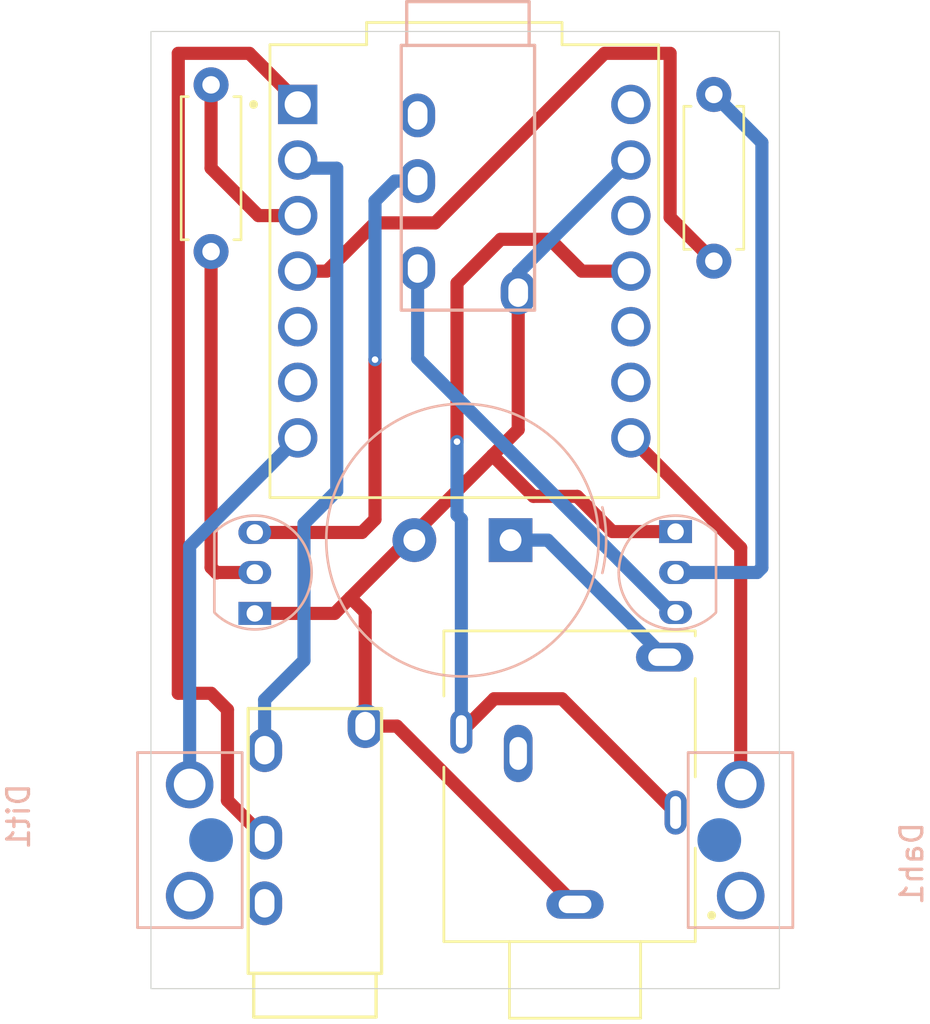
<source format=kicad_pcb>
(kicad_pcb (version 20241229) (generator "pcbnew") (generator_version "9.0")
  (layers (0 "F.Cu" signal) (2 "B.Cu" signal) (13 "F.Paste" user) (15 "B.Paste" user) (5 "F.SilkS" user "F.Silkscreen") (7 "B.SilkS" user "B.Silkscreen") (1 "F.Mask" user) (3 "B.Mask" user) (25 "Edge.Cuts" user))
  (net 0 "")
  (net 1 "GND")
  (net 2 "Net-(BZ1-+)")
  (net 3 "Net-(Dah1-1)")
  (net 4 "Net-(DAH2-B)")
  (net 5 "Net-(DAH2-C)")
  (net 7 "Net-(Dit1-1)")
  (net 8 "Net-(DIT2-B)")
  (net 9 "Net-(DIT2-C)")
  (net 10 "Net-(U1-A10{slash}D10{slash}MOSI)")
  (net 12 "Net-(U1-A3{slash}D3)")
  (net 15 "Net-(U1-A2{slash}D2)")
  (net 17 "Net-(U1-A1{slash}D1)")
  (net 25 "Net-(U1-A0{slash}D0{slash}DAC)")
  (footprint "Audio_Module:TRRS-PJ-320A" (layer "F.Cu") (at 117.25 113.3 180)
    (property "Reference" "U3" (hide yes))
    (property "Value" "Key Input")
    (fp_line (start 3.05 12.1) (end -3.05 12.1) (stroke (width 0.15)) (layer "F.SilkS"))
    (fp_line (start 3.05 0) (end 3.05 12.1) (stroke (width 0.15)) (layer "F.SilkS"))
    (fp_line (start 3.05 0) (end -3.05 0) (stroke (width 0.15)) (layer "F.SilkS"))
    (fp_line (start 2.8 0) (end 2.8 -2) (stroke (width 0.15)) (layer "F.SilkS"))
    (fp_line (start 2.8 -2) (end -2.8 -2) (stroke (width 0.15)) (layer "F.SilkS"))
    (fp_line (start -2.8 0) (end -2.8 -2) (stroke (width 0.15)) (layer "F.SilkS"))
    (fp_line (start -3.05 0) (end -3.05 12.1) (stroke (width 0.15)) (layer "F.SilkS"))
    (pad "" np_thru_hole circle (at 0 1.6 180) (size 0.8 0.8) (drill 0.8) (layers "*.Cu" "*.Mask"))
    (pad "" np_thru_hole circle (at 0 8.6 180) (size 0.8 0.8) (drill 0.8) (layers "*.Cu" "*.Mask"))
    (pad "1" thru_hole oval (at -2.3 11.3 180) (size 1.6 2) (drill oval 0.9 1.3) (layers "*.Cu" "*.Mask") (net 1 "GND"))
    (pad "2" thru_hole oval (at 2.3 10.2 180) (size 1.6 2) (drill oval 0.9 1.3) (layers "*.Cu" "*.Mask") (net 17 "Net-(U1-A1{slash}D1)"))
    (pad "3" thru_hole oval (at 2.3 6.2 180) (size 1.6 2) (drill oval 0.9 1.3) (layers "*.Cu" "*.Mask") (net 25 "Net-(U1-A0{slash}D0{slash}DAC)"))
    (pad "4" thru_hole oval (at 2.3 3.2 180) (size 1.6 2) (drill oval 0.9 1.3) (layers "*.Cu" "*.Mask"))
  )
  (footprint "Resistor_THT:R_Axial_DIN0207_L6.3mm_D2.5mm_P7.62mm_Horizontal" (layer "F.Cu") (at 112.5 80.31 90)
    (property "Reference" "R1" (hide yes))
    (property "Value" "R" (hide yes))
    (fp_line (start 7.08 -1.37) (end 7.08 -1.04) (stroke (width 0.12)) (layer "F.SilkS"))
    (fp_line (start 0.54 -1.37) (end 7.08 -1.37) (stroke (width 0.12)) (layer "F.SilkS"))
    (fp_line (start 0.54 -1.04) (end 0.54 -1.37) (stroke (width 0.12)) (layer "F.SilkS"))
    (fp_line (start 0.54 1.04) (end 0.54 1.37) (stroke (width 0.12)) (layer "F.SilkS"))
    (fp_line (start 7.08 1.37) (end 7.08 1.04) (stroke (width 0.12)) (layer "F.SilkS"))
    (fp_line (start 0.54 1.37) (end 7.08 1.37) (stroke (width 0.12)) (layer "F.SilkS"))
    (pad "1" thru_hole circle (at 0 0 90) (size 1.6 1.6) (drill 0.8) (layers "*.Cu" "*.Mask") (net 4 "Net-(DAH2-B)"))
    (pad "2" thru_hole oval (at 7.62 0 90) (size 1.6 1.6) (drill 0.8) (layers "*.Cu" "*.Mask") (net 15 "Net-(U1-A2{slash}D2)"))
  )
  (footprint "Audio_Module:WENZHOU_PJ324M" (layer "F.Cu") (at 129.15 104.75 180)
    (property "Reference" "J1" (hide yes))
    (property "Value" "headphone")
    (fp_line (start 6 7.1) (end 6 4.128) (stroke (width 0.127)) (layer "F.SilkS"))
    (fp_line (start 6 7.1) (end -5.5 7.1) (stroke (width 0.127)) (layer "F.SilkS"))
    (fp_line (start 6 -7.1) (end 6 0.872) (stroke (width 0.127)) (layer "F.SilkS"))
    (fp_line (start 3 -7.1) (end 6 -7.1) (stroke (width 0.127)) (layer "F.SilkS"))
    (fp_line (start 3 -7.1) (end 3 -10.6) (stroke (width 0.127)) (layer "F.SilkS"))
    (fp_line (start 3 -10.6) (end -3 -10.6) (stroke (width 0.127)) (layer "F.SilkS"))
    (fp_line (start -3 -7.1) (end 3 -7.1) (stroke (width 0.127)) (layer "F.SilkS"))
    (fp_line (start -3 -10.6) (end -3 -7.1) (stroke (width 0.127)) (layer "F.SilkS"))
    (fp_line (start -5.5 7.1) (end -5.5 6.874) (stroke (width 0.127)) (layer "F.SilkS"))
    (fp_line (start -5.5 0.428) (end -5.5 4.926) (stroke (width 0.127)) (layer "F.SilkS"))
    (fp_line (start -5.5 -2.828) (end -5.5 -7.1) (stroke (width 0.127)) (layer "F.SilkS"))
    (fp_line (start -5.5 -7.1) (end -3 -7.1) (stroke (width 0.127)) (layer "F.SilkS"))
    (fp_circle (center -6.25 -5.9) (end -6.15 -5.9) (stroke (width 0.2)) (fill no) (layer "F.SilkS"))
    (pad "1" thru_hole oval (at 0 -5.4 180) (size 2.616 1.308) (drill oval 1.5 0.8) (layers "*.Cu" "*.Mask") (net 1 "GND"))
    (pad "2" thru_hole oval (at 5.2 2.5 180) (size 1.008 2.016) (drill oval 0.5 1.5) (layers "*.Cu" "*.Mask") (net 10 "Net-(U1-A10{slash}D10{slash}MOSI)"))
    (pad "3" thru_hole oval (at 2.6 1.5 180) (size 1.308 2.616) (drill oval 0.8 1.5) (layers "*.Cu" "*.Mask"))
    (pad "4" thru_hole oval (at -4.1 5.9 180) (size 2.616 1.308) (drill oval 1.5 0.8) (layers "*.Cu" "*.Mask") (net 2 "Net-(BZ1-+)"))
    (pad "5" thru_hole oval (at -4.6 -1.2 180) (size 1.008 2.016) (drill oval 0.5 1.5) (layers "*.Cu" "*.Mask") (net 10 "Net-(U1-A10{slash}D10{slash}MOSI)"))
  )
  (footprint "Module:MODULE_ADAFRUIT_QT_PY" (layer "F.Cu") (at 124.085 81.2065)
    (property "Reference" "U1" (hide yes))
    (property "Value" "ADAFRUIT_QT_PY")
    (fp_line (start -8.89 -10.3505) (end -8.89 10.3505) (stroke (width 0.127)) (layer "F.SilkS"))
    (fp_line (start -8.89 10.3505) (end 8.89 10.3505) (stroke (width 0.127)) (layer "F.SilkS"))
    (fp_line (start -4.47 -11.3665) (end 4.47 -11.3665) (stroke (width 0.127)) (layer "F.SilkS"))
    (fp_line (start -4.47 -10.3505) (end -8.89 -10.3505) (stroke (width 0.127)) (layer "F.SilkS"))
    (fp_line (start -4.47 -10.3505) (end -4.47 -11.3665) (stroke (width 0.127)) (layer "F.SilkS"))
    (fp_line (start 4.47 -11.3665) (end 4.47 -10.3505) (stroke (width 0.127)) (layer "F.SilkS"))
    (fp_line (start 8.89 -10.3505) (end 4.47 -10.3505) (stroke (width 0.127)) (layer "F.SilkS"))
    (fp_line (start 8.89 10.3505) (end 8.89 -10.3505) (stroke (width 0.127)) (layer "F.SilkS"))
    (fp_circle (center -9.64 -7.62) (end -9.54 -7.62) (stroke (width 0.2)) (fill no) (layer "F.SilkS"))
    (pad "1" thru_hole rect (at -7.62 -7.62) (size 1.8 1.8) (drill 1.2) (layers "*.Cu" "*.Mask") (net 25 "Net-(U1-A0{slash}D0{slash}DAC)"))
    (pad "2" thru_hole circle (at -7.62 -5.08) (size 1.8 1.8) (drill 1.2) (layers "*.Cu" "*.Mask") (net 17 "Net-(U1-A1{slash}D1)"))
    (pad "3" thru_hole circle (at -7.62 -2.54) (size 1.8 1.8) (drill 1.2) (layers "*.Cu" "*.Mask") (net 15 "Net-(U1-A2{slash}D2)"))
    (pad "4" thru_hole circle (at -7.62 0) (size 1.8 1.8) (drill 1.2) (layers "*.Cu" "*.Mask") (net 12 "Net-(U1-A3{slash}D3)"))
    (pad "5" thru_hole circle (at -7.62 2.54) (size 1.8 1.8) (drill 1.2) (layers "*.Cu" "*.Mask"))
    (pad "6" thru_hole circle (at -7.62 5.08) (size 1.8 1.8) (drill 1.2) (layers "*.Cu" "*.Mask"))
    (pad "7" thru_hole circle (at -7.62 7.62) (size 1.8 1.8) (drill 1.2) (layers "*.Cu" "*.Mask") (net 7 "Net-(Dit1-1)"))
    (pad "8" thru_hole circle (at 7.62 7.62) (size 1.8 1.8) (drill 1.2) (layers "*.Cu" "*.Mask") (net 3 "Net-(Dah1-1)"))
    (pad "9" thru_hole circle (at 7.62 5.08) (size 1.8 1.8) (drill 1.2) (layers "*.Cu" "*.Mask"))
    (pad "10" thru_hole circle (at 7.62 2.54) (size 1.8 1.8) (drill 1.2) (layers "*.Cu" "*.Mask"))
    (pad "11" thru_hole circle (at 7.62 0) (size 1.8 1.8) (drill 1.2) (layers "*.Cu" "*.Mask") (net 10 "Net-(U1-A10{slash}D10{slash}MOSI)"))
    (pad "12" thru_hole circle (at 7.62 -2.54) (size 1.8 1.8) (drill 1.2) (layers "*.Cu" "*.Mask"))
    (pad "13" thru_hole circle (at 7.62 -5.08) (size 1.8 1.8) (drill 1.2) (layers "*.Cu" "*.Mask") (net 1 "GND"))
    (pad "14" thru_hole circle (at 7.62 -7.62) (size 1.8 1.8) (drill 1.2) (layers "*.Cu" "*.Mask"))
  )
  (footprint "Resistor_THT:R_Axial_DIN0207_L6.3mm_D2.5mm_P7.62mm_Horizontal" (layer "F.Cu") (at 135.5 73.13 -90)
    (property "Reference" "R2" (hide yes))
    (property "Value" "R" (hide yes))
    (fp_line (start 0.54 1.37) (end 7.08 1.37) (stroke (width 0.12)) (layer "F.SilkS"))
    (fp_line (start 7.08 1.37) (end 7.08 1.04) (stroke (width 0.12)) (layer "F.SilkS"))
    (fp_line (start 0.54 1.04) (end 0.54 1.37) (stroke (width 0.12)) (layer "F.SilkS"))
    (fp_line (start 0.54 -1.04) (end 0.54 -1.37) (stroke (width 0.12)) (layer "F.SilkS"))
    (fp_line (start 0.54 -1.37) (end 7.08 -1.37) (stroke (width 0.12)) (layer "F.SilkS"))
    (fp_line (start 7.08 -1.37) (end 7.08 -1.04) (stroke (width 0.12)) (layer "F.SilkS"))
    (pad "1" thru_hole circle (at 0 0 270) (size 1.6 1.6) (drill 0.8) (layers "*.Cu" "*.Mask") (net 8 "Net-(DIT2-B)"))
    (pad "2" thru_hole oval (at 7.62 0 270) (size 1.6 1.6) (drill 0.8) (layers "*.Cu" "*.Mask") (net 12 "Net-(U1-A3{slash}D3)"))
  )
  (footprint "TestPoint:TestPoint_Pad_D4.0mm" (layer "B.Cu") (at 135.75 107.21 180)
    (property "Reference" "TP2" (hide yes))
    (property "Value" "TestPoint" (hide yes))
    (pad "1" smd circle (at 0 0 180) (size 2 2) (layers "B.Cu" "B.Mask"))
  )
  (footprint "Package_TO_SOT_THT:TO-92_Inline" (layer "B.Cu") (at 114.5 96.25 90)
    (property "Reference" "DAH2" (hide yes))
    (property "Value" "PN2222A" (hide yes))
    (fp_line (start -0.53 -1.85) (end 3.07 -1.85) (stroke (width 0.12)) (layer "B.SilkS"))
    (fp_arc (start 3.108478 -1.838478) (mid 3.672087 0.994977) (end 1.27 2.6) (stroke (width 0.12)) (layer "B.SilkS"))
    (fp_arc (start 1.27 2.6) (mid -1.132087 0.994977) (end -0.568478 -1.838478) (stroke (width 0.12)) (layer "B.SilkS"))
    (pad "1" thru_hole rect (at -0.6 0 90) (size 1.05 1.5) (drill 0.75) (layers "*.Cu" "*.Mask") (net 1 "GND"))
    (pad "2" thru_hole oval (at 1.27 0 90) (size 1.05 1.5) (drill 0.75) (layers "*.Cu" "*.Mask") (net 4 "Net-(DAH2-B)"))
    (pad "3" thru_hole oval (at 3.1 0 90) (size 1.05 1.5) (drill 0.75) (layers "*.Cu" "*.Mask") (net 5 "Net-(DAH2-C)"))
  )
  (footprint "Package_TO_SOT_THT:TO-92_Inline" (layer "B.Cu") (at 133.75 93.71 -90)
    (property "Reference" "DIT2" (hide yes))
    (property "Value" "PN2222A" (hide yes))
    (fp_line (start -0.53 -1.85) (end 3.07 -1.85) (stroke (width 0.12)) (layer "B.SilkS"))
    (fp_arc (start 1.27 2.6) (mid -1.132087 0.994977) (end -0.568478 -1.838478) (stroke (width 0.12)) (layer "B.SilkS"))
    (fp_arc (start 3.108478 -1.838478) (mid 3.672087 0.994977) (end 1.27 2.6) (stroke (width 0.12)) (layer "B.SilkS"))
    (pad "1" thru_hole rect (at -0.6 0 270) (size 1.05 1.5) (drill 0.75) (layers "*.Cu" "*.Mask") (net 1 "GND"))
    (pad "2" thru_hole oval (at 1.27 0 270) (size 1.05 1.5) (drill 0.75) (layers "*.Cu" "*.Mask") (net 8 "Net-(DIT2-B)"))
    (pad "3" thru_hole oval (at 3.1 0 270) (size 1.05 1.5) (drill 0.75) (layers "*.Cu" "*.Mask") (net 9 "Net-(DIT2-C)"))
  )
  (footprint "Audio_Module:TRRS-PJ-320A" (layer "B.Cu") (at 124.25 70.8875 180)
    (property "Reference" "U2" (hide yes))
    (property "Value" "Output to Radio")
    (fp_line (start 3.05 0) (end 3.05 -12.1) (stroke (width 0.15)) (layer "B.SilkS"))
    (fp_line (start 3.05 0) (end -3.05 0) (stroke (width 0.15)) (layer "B.SilkS"))
    (fp_line (start 3.05 -12.1) (end -3.05 -12.1) (stroke (width 0.15)) (layer "B.SilkS"))
    (fp_line (start 2.8 2) (end -2.8 2) (stroke (width 0.15)) (layer "B.SilkS"))
    (fp_line (start 2.8 0) (end 2.8 2) (stroke (width 0.15)) (layer "B.SilkS"))
    (fp_line (start -2.8 0) (end -2.8 2) (stroke (width 0.15)) (layer "B.SilkS"))
    (fp_line (start -3.05 0) (end -3.05 -12.1) (stroke (width 0.15)) (layer "B.SilkS"))
    (pad "" np_thru_hole circle (at 0 -8.6 180) (size 0.8 0.8) (drill 0.8) (layers "*.Cu" "*.Mask"))
    (pad "" np_thru_hole circle (at 0 -1.6 180) (size 0.8 0.8) (drill 0.8) (layers "*.Cu" "*.Mask"))
    (pad "1" thru_hole oval (at -2.3 -11.3 180) (size 1.6 2) (drill oval 0.9 1.3) (layers "*.Cu" "*.Mask") (net 1 "GND"))
    (pad "2" thru_hole oval (at 2.3 -10.2 180) (size 1.6 2) (drill oval 0.9 1.3) (layers "*.Cu" "*.Mask") (net 9 "Net-(DIT2-C)"))
    (pad "3" thru_hole oval (at 2.3 -6.2 180) (size 1.6 2) (drill oval 0.9 1.3) (layers "*.Cu" "*.Mask") (net 5 "Net-(DAH2-C)"))
    (pad "4" thru_hole oval (at 2.3 -3.2 180) (size 1.6 2) (drill oval 0.9 1.3) (layers "*.Cu" "*.Mask"))
  )
  (footprint "Buzzer_Beeper:Buzzer_TDK_PS1240P02BT_D12.2mm_H6.5mm" (layer "B.Cu") (at 126.5 93.5 180)
    (property "Reference" "BZ1" (hide yes))
    (property "Value" "Buzzer")
    (fp_arc (start -3.9 1.5) (mid -4.073431 0) (end -3.9 -1.499999) (stroke (width 0.12)) (layer "B.SilkS"))
    (fp_circle (center 2.5 0) (end 8.73 0) (stroke (width 0.12)) (fill no) (layer "B.SilkS"))
    (pad "1" thru_hole rect (at 0.3 0 180) (size 2 2) (drill 1) (layers "*.Cu" "*.Mask") (net 2 "Net-(BZ1-+)"))
    (pad "2" thru_hole circle (at 4.7 0 180) (size 2 2) (drill 1) (layers "*.Cu" "*.Mask") (net 1 "GND"))
  )
  (footprint "Button_Switch_THT:KEYSTONE_7837" (layer "B.Cu") (at 111.52085 107.21 -90)
    (property "Reference" "Dit1" (at -1.075 7.8286 90) (layer "B.SilkS") (effects (justify mirror)))
    (property "Value" "7837" (hide yes))
    (fp_line (start -4 2.3856) (end -4 -2.4019) (stroke (width 0.127)) (layer "B.SilkS"))
    (fp_line (start 4 2.3856) (end -4 2.3856) (stroke (width 0.127)) (layer "B.SilkS"))
    (fp_line (start -4 -2.4019) (end 4 -2.4019) (stroke (width 0.127)) (layer "B.SilkS"))
    (fp_line (start 4 -2.4019) (end 4 2.3856) (stroke (width 0.127)) (layer "B.SilkS"))
    (pad "1_1" thru_hole circle (at -2.54 0 270) (size 2.175 2.175) (drill 1.45) (layers "*.Cu" "*.Mask") (net 7 "Net-(Dit1-1)"))
    (pad "1_2" thru_hole circle (at 2.54 0 270) (size 2.175 2.175) (drill 1.45) (layers "*.Cu" "*.Mask"))
  )
  (footprint "TestPoint:TestPoint_Pad_D4.0mm" (layer "B.Cu") (at 112.5 107.21 180)
    (property "Reference" "TP1" (hide yes))
    (property "Value" "TestPoint" (hide yes))
    (pad "1" smd circle (at 0 0 180) (size 2 2) (layers "B.Cu" "B.Mask"))
  )
  (footprint "Button_Switch_THT:KEYSTONE_7837" (layer "B.Cu") (at 136.72915 107.21 90)
    (property "Reference" "Dah1" (at -1.075 7.8286 270) (layer "B.SilkS") (effects (justify mirror)))
    (property "Value" "7837" (hide yes))
    (fp_line (start 4 -2.4019) (end 4 2.3856) (stroke (width 0.127)) (layer "B.SilkS"))
    (fp_line (start -4 -2.4019) (end 4 -2.4019) (stroke (width 0.127)) (layer "B.SilkS"))
    (fp_line (start 4 2.3856) (end -4 2.3856) (stroke (width 0.127)) (layer "B.SilkS"))
    (fp_line (start -4 2.3856) (end -4 -2.4019) (stroke (width 0.127)) (layer "B.SilkS"))
    (pad "1_1" thru_hole circle (at -2.54 0 90) (size 2.175 2.175) (drill 1.45) (layers "*.Cu" "*.Mask"))
    (pad "1_2" thru_hole circle (at 2.54 0 90) (size 2.175 2.175) (drill 1.45) (layers "*.Cu" "*.Mask") (net 3 "Net-(Dah1-1)"))
  )
  (gr_rect (start 109.75 70.25) (end 138.5 114) (stroke (width 0.05)) (fill no) (layer "Edge.Cuts"))
  (segment (start 130.86 93.11) (end 133.75 93.11) (width 0.6) (layer "F.Cu") (net 1))
  (segment (start 118.875 96.125) (end 118.15 96.85) (width 0.6) (layer "F.Cu") (net 1))
  (segment (start 121 102) (end 129.15 110.15) (width 0.6) (layer "F.Cu") (net 1))
  (segment (start 119.55 102) (end 121 102) (width 0.6) (layer "F.Cu") (net 1))
  (segment (start 121.5 93.5) (end 118.875 96.125) (width 0.6) (layer "F.Cu") (net 1))
  (segment (start 129.25 91.5) (end 130.86 93.11) (width 0.6) (layer "F.Cu") (net 1))
  (segment (start 119.55 102) (end 119.55 96.8) (width 0.6) (layer "F.Cu") (net 1))
  (segment (start 126.55 88.45) (end 125.375 89.625) (width 0.6) (layer "F.Cu") (net 1))
  (segment (start 125.375 89.625) (end 121.5 93.5) (width 0.6) (layer "F.Cu") (net 1))
  (segment (start 118.15 96.85) (end 114.5 96.85) (width 0.6) (layer "F.Cu") (net 1))
  (segment (start 119.55 96.8) (end 118.875 96.125) (width 0.6) (layer "F.Cu") (net 1))
  (segment (start 127.25 91.5) (end 129.25 91.5) (width 0.6) (layer "F.Cu") (net 1))
  (segment (start 126.55 82.1875) (end 126.55 88.45) (width 0.6) (layer "F.Cu") (net 1))
  (segment (start 125.375 89.625) (end 127.25 91.5) (width 0.6) (layer "F.Cu") (net 1))
  (segment (start 131.705 76.1265) (end 126.55 81.2815) (width 0.6) (layer "B.Cu") (net 1))
  (segment (start 126.55 81.2815) (end 126.55 82.1875) (width 0.6) (layer "B.Cu") (net 1))
  (segment (start 126.5 93.5) (end 127.9 93.5) (width 0.6) (layer "B.Cu") (net 2))
  (segment (start 127.9 93.5) (end 133.25 98.85) (width 0.6) (layer "B.Cu") (net 2))
  (segment (start 136.72915 104.67) (end 136.72915 93.85065) (width 0.6) (layer "F.Cu") (net 3))
  (segment (start 136.72915 93.85065) (end 131.705 88.8265) (width 0.6) (layer "F.Cu") (net 3))
  (segment (start 112.5 94.75) (end 112.5 80.31) (width 0.6) (layer "F.Cu") (net 4))
  (segment (start 114.5 94.98) (end 112.77 94.98) (width 0.6) (layer "F.Cu") (net 4))
  (segment (start 112.77 94.98) (end 112.75 95) (width 0.6) (layer "F.Cu") (net 4))
  (segment (start 112.75 95) (end 112.5 94.75) (width 0.6) (layer "F.Cu") (net 4))
  (segment (start 120 85.25) (end 120 92.55) (width 0.6) (layer "F.Cu") (net 5))
  (segment (start 119.4 93.15) (end 114.5 93.15) (width 0.6) (layer "F.Cu") (net 5))
  (segment (start 120 92.55) (end 119.4 93.15) (width 0.6) (layer "F.Cu") (net 5))
  (via (at 120 85.25) (size 0.6) (drill 0.3) (layers "F.Cu" "B.Cu") (net 5))
  (segment (start 120 78) (end 120.9125 77.0875) (width 0.6) (layer "B.Cu") (net 5))
  (segment (start 120 85.25) (end 120 78) (width 0.6) (layer "B.Cu") (net 5))
  (segment (start 120.9125 77.0875) (end 121.95 77.0875) (width 0.6) (layer "B.Cu") (net 5))
  (segment (start 111.52085 104.46) (end 111.52085 93.77065) (width 0.6) (layer "B.Cu") (net 7))
  (segment (start 111.52085 93.77065) (end 116.465 88.8265) (width 0.6) (layer "B.Cu") (net 7))
  (segment (start 137.699 94.761) (end 137.48 94.98) (width 0.6) (layer "B.Cu") (net 8))
  (segment (start 135.5 73.13) (end 137.699 75.329) (width 0.6) (layer "B.Cu") (net 8))
  (segment (start 137.699 75.329) (end 137.699 94.761) (width 0.6) (layer "B.Cu") (net 8))
  (segment (start 137.48 94.98) (end 133.75 94.98) (width 0.6) (layer "B.Cu") (net 8))
  (segment (start 121.95 81.0875) (end 121.95 85.2) (width 0.6) (layer "B.Cu") (net 9))
  (segment (start 133.56 96.81) (end 121.95 85.2) (width 0.6) (layer "B.Cu") (net 9))
  (segment (start 133.75 96.81) (end 133.56 96.81) (width 0.6) (layer "B.Cu") (net 9))
  (segment (start 123.95 102.25) (end 125.45 100.75) (width 0.6) (layer "F.Cu") (net 10))
  (segment (start 123.75 81.75) (end 125.75 79.75) (width 0.6) (layer "F.Cu") (net 10))
  (segment (start 125.75 79.75) (end 128 79.75) (width 0.6) (layer "F.Cu") (net 10))
  (segment (start 123.75 89) (end 123.75 81.75) (width 0.6) (layer "F.Cu") (net 10))
  (segment (start 128.55 100.75) (end 133.75 105.95) (width 0.6) (layer "F.Cu") (net 10))
  (segment (start 128 79.75) (end 129.4565 81.2065) (width 0.6) (layer "F.Cu") (net 10))
  (segment (start 125.45 100.75) (end 128.55 100.75) (width 0.6) (layer "F.Cu") (net 10))
  (segment (start 129.4565 81.2065) (end 131.705 81.2065) (width 0.6) (layer "F.Cu") (net 10))
  (via (at 123.75 89) (size 0.6) (drill 0.3) (layers "F.Cu" "B.Cu") (net 10))
  (segment (start 123.75 92.35) (end 123.95 92.55) (width 0.6) (layer "B.Cu") (net 10))
  (segment (start 123.95 92.55) (end 123.95 102.25) (width 0.6) (layer "B.Cu") (net 10))
  (segment (start 123.75 89) (end 123.75 92.35) (width 0.6) (layer "B.Cu") (net 10))
  (segment (start 122.75 79) (end 130.5 71.25) (width 0.6) (layer "F.Cu") (net 12))
  (segment (start 117.7935 81.2065) (end 120 79) (width 0.6) (layer "F.Cu") (net 12))
  (segment (start 133.5 71.25) (end 133.5 78.75) (width 0.6) (layer "F.Cu") (net 12))
  (segment (start 116.465 81.2065) (end 117.7935 81.2065) (width 0.6) (layer "F.Cu") (net 12))
  (segment (start 133.5 78.75) (end 135.5 80.75) (width 0.6) (layer "F.Cu") (net 12))
  (segment (start 130.5 71.25) (end 133.5 71.25) (width 0.6) (layer "F.Cu") (net 12))
  (segment (start 120 79) (end 122.75 79) (width 0.6) (layer "F.Cu") (net 12))
  (segment (start 114.6665 78.6665) (end 112.5 76.5) (width 0.6) (layer "F.Cu") (net 15))
  (segment (start 112.5 76.5) (end 112.5 72.69) (width 0.6) (layer "F.Cu") (net 15))
  (segment (start 116.465 78.6665) (end 114.6665 78.6665) (width 0.6) (layer "F.Cu") (net 15))
  (segment (start 114.95 103.1) (end 114.95 100.8) (width 0.6) (layer "B.Cu") (net 17))
  (segment (start 118.25 76.5) (end 116.8385 76.5) (width 0.6) (layer "B.Cu") (net 17))
  (segment (start 116.8385 76.5) (end 116.465 76.1265) (width 0.6) (layer "B.Cu") (net 17))
  (segment (start 116.75 92.75) (end 118.25 91.25) (width 0.6) (layer "B.Cu") (net 17))
  (segment (start 118.25 91.25) (end 118.25 76.5) (width 0.6) (layer "B.Cu") (net 17))
  (segment (start 114.95 100.8) (end 116.75 99) (width 0.6) (layer "B.Cu") (net 17))
  (segment (start 116.75 99) (end 116.75 92.75) (width 0.6) (layer "B.Cu") (net 17))
  (segment (start 116.465 73.465) (end 114.25 71.25) (width 0.6) (layer "F.Cu") (net 25))
  (segment (start 116.465 73.5865) (end 116.465 73.465) (width 0.6) (layer "F.Cu") (net 25))
  (segment (start 111 100.5) (end 112.5 100.5) (width 0.6) (layer "F.Cu") (net 25))
  (segment (start 114.25 71.25) (end 111 71.25) (width 0.6) (layer "F.Cu") (net 25))
  (segment (start 113.25 105.4) (end 114.95 107.1) (width 0.6) (layer "F.Cu") (net 25))
  (segment (start 111 71.25) (end 111 100.5) (width 0.6) (layer "F.Cu") (net 25))
  (segment (start 113.25 101.25) (end 113.25 105.4) (width 0.6) (layer "F.Cu") (net 25))
  (segment (start 112.5 100.5) (end 113.25 101.25) (width 0.6) (layer "F.Cu") (net 25))
)
</source>
